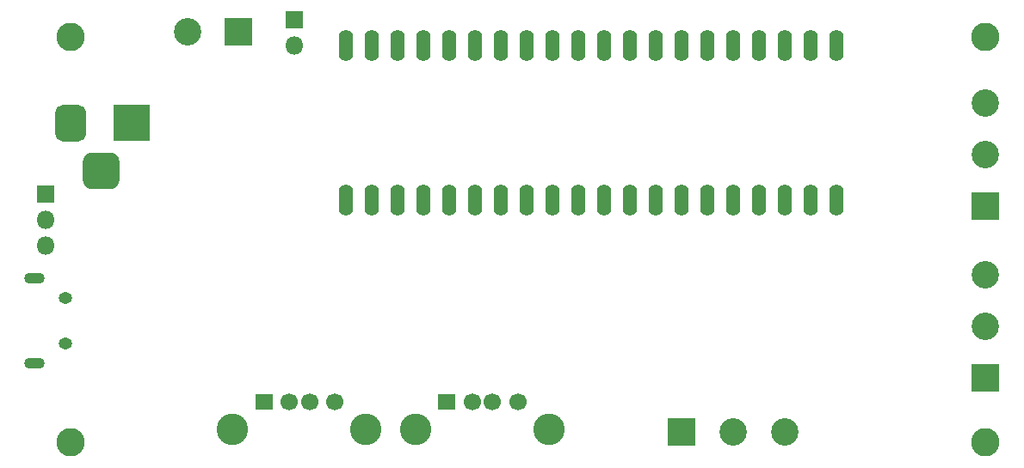
<source format=gbr>
%TF.GenerationSoftware,KiCad,Pcbnew,5.1.6*%
%TF.CreationDate,2020-09-20T16:59:45+02:00*%
%TF.ProjectId,usb_switcher,7573625f-7377-4697-9463-6865722e6b69,rev?*%
%TF.SameCoordinates,Original*%
%TF.FileFunction,Soldermask,Bot*%
%TF.FilePolarity,Negative*%
%FSLAX46Y46*%
G04 Gerber Fmt 4.6, Leading zero omitted, Abs format (unit mm)*
G04 Created by KiCad (PCBNEW 5.1.6) date 2020-09-20 16:59:45*
%MOMM*%
%LPD*%
G01*
G04 APERTURE LIST*
%ADD10O,1.350000X1.150000*%
%ADD11O,2.000000X1.100000*%
%ADD12O,1.400000X3.100000*%
%ADD13C,2.800000*%
%ADD14C,3.100000*%
%ADD15R,1.700000X1.600000*%
%ADD16C,1.700000*%
%ADD17R,1.800000X1.800000*%
%ADD18O,1.800000X1.800000*%
%ADD19R,3.600000X3.600000*%
%ADD20R,2.700000X2.700000*%
%ADD21C,2.700000*%
G04 APERTURE END LIST*
D10*
%TO.C,J1*%
X104447800Y-80775000D03*
X104447800Y-85225000D03*
D11*
X101447800Y-78825000D03*
X101447800Y-87175000D03*
%TD*%
D12*
%TO.C,U2*%
X180340000Y-71120000D03*
X180340000Y-55880000D03*
X177800000Y-71120000D03*
X177800000Y-55880000D03*
X175260000Y-71120000D03*
X175260000Y-55872380D03*
X172720000Y-71120000D03*
X172720000Y-55880000D03*
X170180000Y-71120000D03*
X170180000Y-55880000D03*
X167640000Y-71120000D03*
X167640000Y-55880000D03*
X165100000Y-71120000D03*
X165100000Y-55880000D03*
X162560000Y-71112380D03*
X162560000Y-55880000D03*
X160020000Y-71120000D03*
X160020000Y-55880000D03*
X157480000Y-71120000D03*
X157480000Y-55880000D03*
X154940000Y-71120000D03*
X154940000Y-55880000D03*
X152400000Y-71120000D03*
X152400000Y-55872380D03*
X149860000Y-71120000D03*
X149860000Y-55880000D03*
X147320000Y-71120000D03*
X147320000Y-55880000D03*
X144780000Y-71120000D03*
X144780000Y-55880000D03*
X142240000Y-71120000D03*
X142240000Y-55880000D03*
X139700000Y-71120000D03*
X139700000Y-55880000D03*
X137160000Y-71112380D03*
X137160000Y-55880000D03*
X134620000Y-71120000D03*
X134620000Y-55872380D03*
X132080000Y-71120000D03*
X132080000Y-55872380D03*
%TD*%
D13*
%TO.C,H1*%
X195000000Y-55000000D03*
%TD*%
%TO.C,H2*%
X105000000Y-55000000D03*
%TD*%
%TO.C,H3*%
X105000000Y-95000000D03*
%TD*%
%TO.C,H4*%
X195000000Y-95000000D03*
%TD*%
D14*
%TO.C,J2*%
X120930000Y-93710000D03*
X134070000Y-93710000D03*
D15*
X124000000Y-91000000D03*
D16*
X126500000Y-91000000D03*
X128500000Y-91000000D03*
X131000000Y-91000000D03*
%TD*%
%TO.C,J3*%
X149000000Y-91000000D03*
X146500000Y-91000000D03*
X144500000Y-91000000D03*
D15*
X142000000Y-91000000D03*
D14*
X152070000Y-93710000D03*
X138930000Y-93710000D03*
%TD*%
D17*
%TO.C,J4*%
X102500000Y-70500000D03*
D18*
X102500000Y-73040000D03*
X102500000Y-75580000D03*
%TD*%
D19*
%TO.C,J5*%
X111000000Y-63500000D03*
G36*
G01*
X103450000Y-64525000D02*
X103450000Y-62475000D01*
G75*
G02*
X104225000Y-61700000I775000J0D01*
G01*
X105775000Y-61700000D01*
G75*
G02*
X106550000Y-62475000I0J-775000D01*
G01*
X106550000Y-64525000D01*
G75*
G02*
X105775000Y-65300000I-775000J0D01*
G01*
X104225000Y-65300000D01*
G75*
G02*
X103450000Y-64525000I0J775000D01*
G01*
G37*
G36*
G01*
X106200000Y-69100000D02*
X106200000Y-67300000D01*
G75*
G02*
X107100000Y-66400000I900000J0D01*
G01*
X108900000Y-66400000D01*
G75*
G02*
X109800000Y-67300000I0J-900000D01*
G01*
X109800000Y-69100000D01*
G75*
G02*
X108900000Y-70000000I-900000J0D01*
G01*
X107100000Y-70000000D01*
G75*
G02*
X106200000Y-69100000I0J900000D01*
G01*
G37*
%TD*%
D20*
%TO.C,J6*%
X165100000Y-93980000D03*
D21*
X170180000Y-93980000D03*
X175260000Y-93980000D03*
%TD*%
D17*
%TO.C,J7*%
X127000000Y-53340000D03*
D18*
X127000000Y-55880000D03*
%TD*%
D20*
%TO.C,J8*%
X195000000Y-88570000D03*
D21*
X195000000Y-83490000D03*
X195000000Y-78410000D03*
%TD*%
%TO.C,J9*%
X194996000Y-61519000D03*
X194996000Y-66599000D03*
D20*
X194996000Y-71679000D03*
%TD*%
%TO.C,J10*%
X121500000Y-54500000D03*
D21*
X116500000Y-54500000D03*
%TD*%
M02*

</source>
